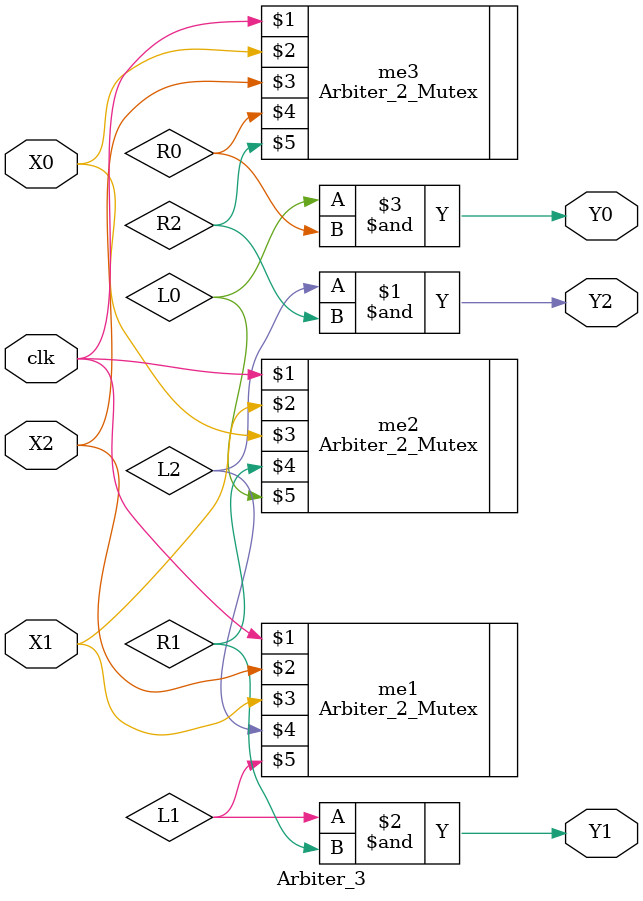
<source format=v>
`timescale 1ns / 1ps

module Arbiter_3(
    input wire clk,
    input wire X2,
    input wire X1,
    input wire X0,
    output wire Y2,
    output wire Y1,
    output wire Y0
    );
    
    wire L2, L1, L0;
    wire R2, R1, R0;
    
    Arbiter_2_Mutex me1(clk, X2, X1, L2, L1);
    Arbiter_2_Mutex me2(clk, X1, X0, R1, L0);
    Arbiter_2_Mutex me3(clk, X0, X2, R0, R2);
    
    assign Y2 = L2 & R2;
    assign Y1 = L1 & R1;
    assign Y0 = L0 & R0;
    
endmodule
</source>
